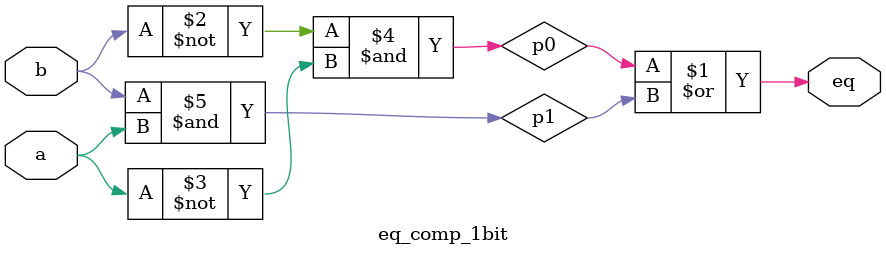
<source format=sv>
`timescale 1ns / 1ps


module eq_comp_1bit(
    //Port declaration
    input logic a,b,
    output logic eq
    );
    //signal declaration
    logic p0,p1;
    //program body
    assign eq = p0 | p1;
    //product terms
    assign p0 = (~b & ~a);
    assign p1 = (b & a);
endmodule

</source>
